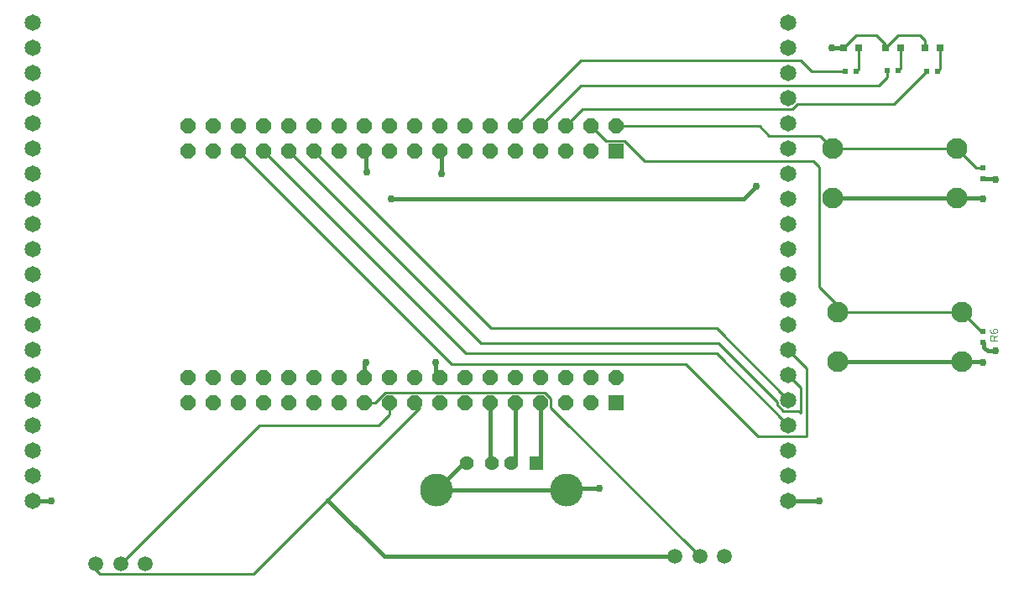
<source format=gbr>
G04 EAGLE Gerber RS-274X export*
G75*
%MOMM*%
%FSLAX34Y34*%
%LPD*%
%INTop Copper*%
%IPPOS*%
%AMOC8*
5,1,8,0,0,1.08239X$1,22.5*%
G01*
G04 Define Apertures*
%ADD10R,0.800000X0.800000*%
%ADD11R,1.428000X1.428000*%
%ADD12C,1.428000*%
%ADD13C,3.316000*%
%ADD14C,1.508000*%
%ADD15R,0.609600X0.508000*%
%ADD16C,2.100000*%
%ADD17C,1.650000*%
%ADD18R,1.524000X1.524000*%
%ADD19P,1.64956X8X202.5*%
%ADD20R,0.508000X0.609600*%
%ADD21C,0.254000*%
%ADD22C,0.381000*%
%ADD23C,0.756400*%
G36*
X1278551Y541271D02*
X1270661Y541271D01*
X1270661Y544983D01*
X1270670Y545307D01*
X1270698Y545612D01*
X1270745Y545898D01*
X1270810Y546164D01*
X1270894Y546412D01*
X1270996Y546641D01*
X1271118Y546851D01*
X1271257Y547041D01*
X1271414Y547211D01*
X1271585Y547359D01*
X1271770Y547483D01*
X1271971Y547585D01*
X1272186Y547665D01*
X1272415Y547721D01*
X1272659Y547755D01*
X1272918Y547767D01*
X1273133Y547759D01*
X1273340Y547735D01*
X1273538Y547695D01*
X1273727Y547639D01*
X1273907Y547566D01*
X1274079Y547478D01*
X1274242Y547374D01*
X1274396Y547254D01*
X1274539Y547120D01*
X1274668Y546974D01*
X1274783Y546815D01*
X1274825Y546744D01*
X1274885Y546645D01*
X1274972Y546462D01*
X1275046Y546267D01*
X1275106Y546060D01*
X1275152Y545840D01*
X1276599Y546794D01*
X1278551Y548080D01*
X1278551Y546848D01*
X1275275Y544799D01*
X1275275Y542340D01*
X1278551Y542340D01*
X1278551Y541271D01*
G37*
%LPC*%
G36*
X1274430Y542340D02*
X1274430Y544922D01*
X1274424Y545127D01*
X1274405Y545321D01*
X1274374Y545502D01*
X1274331Y545672D01*
X1274276Y545829D01*
X1274208Y545974D01*
X1274127Y546108D01*
X1274035Y546229D01*
X1273931Y546338D01*
X1273818Y546432D01*
X1273694Y546511D01*
X1273561Y546576D01*
X1273418Y546626D01*
X1273265Y546663D01*
X1273102Y546684D01*
X1272929Y546691D01*
X1272762Y546684D01*
X1272605Y546662D01*
X1272458Y546626D01*
X1272322Y546575D01*
X1272196Y546509D01*
X1272080Y546428D01*
X1271974Y546333D01*
X1271879Y546224D01*
X1271794Y546100D01*
X1271721Y545964D01*
X1271608Y545653D01*
X1271540Y545291D01*
X1271518Y544877D01*
X1271518Y542340D01*
X1274430Y542340D01*
G37*
%LPD*%
G36*
X1274788Y549193D02*
X1274291Y549205D01*
X1273823Y549239D01*
X1273385Y549297D01*
X1272977Y549377D01*
X1272598Y549480D01*
X1272249Y549606D01*
X1271930Y549755D01*
X1271641Y549927D01*
X1271384Y550120D01*
X1271161Y550333D01*
X1270972Y550565D01*
X1270818Y550816D01*
X1270698Y551087D01*
X1270612Y551377D01*
X1270561Y551687D01*
X1270543Y552016D01*
X1270550Y552234D01*
X1270568Y552442D01*
X1270600Y552639D01*
X1270644Y552826D01*
X1270700Y553003D01*
X1270769Y553170D01*
X1270851Y553326D01*
X1270945Y553472D01*
X1271171Y553733D01*
X1271447Y553952D01*
X1271774Y554130D01*
X1272151Y554267D01*
X1272324Y553304D01*
X1272098Y553219D01*
X1271903Y553111D01*
X1271737Y552982D01*
X1271602Y552831D01*
X1271496Y552657D01*
X1271421Y552462D01*
X1271376Y552244D01*
X1271361Y552005D01*
X1271374Y551795D01*
X1271411Y551598D01*
X1271474Y551413D01*
X1271562Y551240D01*
X1271675Y551079D01*
X1271813Y550930D01*
X1271976Y550793D01*
X1272165Y550669D01*
X1272377Y550558D01*
X1272611Y550462D01*
X1272868Y550381D01*
X1273148Y550314D01*
X1273450Y550262D01*
X1273775Y550225D01*
X1274122Y550203D01*
X1274491Y550196D01*
X1274252Y550347D01*
X1274043Y550526D01*
X1273864Y550733D01*
X1273716Y550969D01*
X1273599Y551227D01*
X1273516Y551503D01*
X1273466Y551798D01*
X1273450Y552111D01*
X1273460Y552377D01*
X1273492Y552629D01*
X1273546Y552867D01*
X1273621Y553090D01*
X1273717Y553300D01*
X1273834Y553495D01*
X1273973Y553677D01*
X1274133Y553844D01*
X1274311Y553995D01*
X1274504Y554125D01*
X1274712Y554235D01*
X1274934Y554325D01*
X1275171Y554395D01*
X1275422Y554445D01*
X1275689Y554475D01*
X1275970Y554485D01*
X1276274Y554475D01*
X1276561Y554443D01*
X1276832Y554390D01*
X1277087Y554316D01*
X1277325Y554221D01*
X1277547Y554104D01*
X1277752Y553967D01*
X1277941Y553808D01*
X1278110Y553630D01*
X1278257Y553437D01*
X1278381Y553227D01*
X1278483Y553001D01*
X1278562Y552760D01*
X1278618Y552502D01*
X1278652Y552228D01*
X1278663Y551937D01*
X1278648Y551614D01*
X1278601Y551310D01*
X1278524Y551026D01*
X1278416Y550761D01*
X1278276Y550516D01*
X1278106Y550291D01*
X1277904Y550085D01*
X1277672Y549899D01*
X1277410Y549734D01*
X1277120Y549590D01*
X1276802Y549469D01*
X1276456Y549370D01*
X1276081Y549293D01*
X1275678Y549238D01*
X1275247Y549205D01*
X1274788Y549193D01*
G37*
%LPC*%
G36*
X1275774Y550297D02*
X1275997Y550304D01*
X1276210Y550325D01*
X1276412Y550360D01*
X1276604Y550409D01*
X1276786Y550473D01*
X1276957Y550550D01*
X1277118Y550642D01*
X1277269Y550747D01*
X1277405Y550864D01*
X1277524Y550989D01*
X1277624Y551121D01*
X1277706Y551262D01*
X1277769Y551411D01*
X1277815Y551567D01*
X1277842Y551731D01*
X1277851Y551904D01*
X1277844Y552081D01*
X1277821Y552248D01*
X1277782Y552406D01*
X1277729Y552553D01*
X1277660Y552691D01*
X1277576Y552819D01*
X1277476Y552938D01*
X1277361Y553046D01*
X1277233Y553143D01*
X1277093Y553228D01*
X1276942Y553299D01*
X1276780Y553357D01*
X1276606Y553402D01*
X1276420Y553435D01*
X1276223Y553454D01*
X1276015Y553461D01*
X1275806Y553454D01*
X1275611Y553434D01*
X1275427Y553402D01*
X1275256Y553356D01*
X1275097Y553297D01*
X1274950Y553224D01*
X1274815Y553139D01*
X1274693Y553041D01*
X1274584Y552931D01*
X1274490Y552810D01*
X1274410Y552679D01*
X1274344Y552538D01*
X1274294Y552387D01*
X1274257Y552225D01*
X1274235Y552053D01*
X1274228Y551870D01*
X1274235Y551698D01*
X1274254Y551534D01*
X1274286Y551379D01*
X1274331Y551233D01*
X1274460Y550965D01*
X1274640Y550731D01*
X1274748Y550629D01*
X1274865Y550541D01*
X1274992Y550466D01*
X1275129Y550405D01*
X1275276Y550358D01*
X1275432Y550324D01*
X1275598Y550303D01*
X1275774Y550297D01*
G37*
%LPD*%
D10*
X1137800Y838200D03*
X1122800Y838200D03*
X1220350Y838200D03*
X1205350Y838200D03*
X1180028Y838200D03*
X1165028Y838200D03*
D11*
X812800Y418860D03*
D12*
X787800Y418860D03*
X767800Y418860D03*
X742800Y418860D03*
D13*
X843500Y391760D03*
X712100Y391760D03*
D14*
X418700Y317500D03*
X393700Y317500D03*
X368700Y317500D03*
X1002900Y324438D03*
X977900Y324438D03*
X952900Y324438D03*
D15*
X1124712Y814260D03*
X1135888Y814260D03*
X1206881Y814222D03*
X1218057Y814222D03*
X1166725Y814640D03*
X1177901Y814640D03*
D16*
X1237250Y736200D03*
X1237250Y686200D03*
X1112250Y686200D03*
X1112250Y736200D03*
X1242228Y571100D03*
X1242228Y521100D03*
X1117228Y521100D03*
X1117228Y571100D03*
D17*
X304800Y863600D03*
X304800Y838200D03*
X304800Y812800D03*
X304800Y787400D03*
X304800Y762000D03*
X304800Y736600D03*
X304800Y711200D03*
X304800Y685800D03*
X304800Y660400D03*
X304800Y635000D03*
X304800Y609600D03*
X304800Y584200D03*
X304800Y558800D03*
X304800Y533400D03*
X304800Y508000D03*
X304800Y482600D03*
X304800Y457200D03*
X304800Y431800D03*
X304800Y406400D03*
X304800Y381000D03*
X1066800Y381000D03*
X1066800Y406400D03*
X1066800Y431800D03*
X1066800Y457200D03*
X1066800Y482600D03*
X1066800Y508000D03*
X1066800Y533400D03*
X1066800Y558800D03*
X1066800Y584200D03*
X1066800Y609600D03*
X1066800Y635000D03*
X1066800Y660400D03*
X1066800Y685800D03*
X1066800Y711200D03*
X1066800Y736600D03*
X1066800Y762000D03*
X1066800Y787400D03*
X1066800Y812800D03*
X1066800Y838200D03*
X1066800Y863600D03*
D18*
X893400Y479800D03*
D19*
X893400Y505200D03*
X868000Y479800D03*
X868000Y505200D03*
X842600Y479800D03*
X842600Y505200D03*
X817200Y479800D03*
X817200Y505200D03*
X791800Y479800D03*
X791800Y505200D03*
X766400Y479800D03*
X766400Y505200D03*
X741000Y479800D03*
X741000Y505200D03*
X715600Y479800D03*
X715600Y505200D03*
X690200Y479800D03*
X690200Y505200D03*
X664800Y479800D03*
X664800Y505200D03*
X639400Y479800D03*
X639400Y505200D03*
X614000Y479800D03*
X614000Y505200D03*
X588600Y479800D03*
X588600Y505200D03*
X563200Y479800D03*
X563200Y505200D03*
X537800Y479800D03*
X537800Y505200D03*
X512400Y479800D03*
X512400Y505200D03*
X487000Y479800D03*
X487000Y505200D03*
X461600Y479800D03*
X461600Y505200D03*
D18*
X893400Y733800D03*
D19*
X893400Y759200D03*
X868000Y733800D03*
X868000Y759200D03*
X842600Y733800D03*
X842600Y759200D03*
X817200Y733800D03*
X817200Y759200D03*
X791800Y733800D03*
X791800Y759200D03*
X766400Y733800D03*
X766400Y759200D03*
X741000Y733800D03*
X741000Y759200D03*
X715600Y733800D03*
X715600Y759200D03*
X690200Y733800D03*
X690200Y759200D03*
X664800Y733800D03*
X664800Y759200D03*
X639400Y733800D03*
X639400Y759200D03*
X614000Y733800D03*
X614000Y759200D03*
X588600Y733800D03*
X588600Y759200D03*
X563200Y733800D03*
X563200Y759200D03*
X537800Y733800D03*
X537800Y759200D03*
X512400Y733800D03*
X512400Y759200D03*
X487000Y733800D03*
X487000Y759200D03*
X461600Y733800D03*
X461600Y759200D03*
D20*
X1263650Y551688D03*
X1263650Y540512D03*
X1263650Y716788D03*
X1263650Y705612D03*
D21*
X1122800Y838200D02*
X1135500Y850900D01*
X1155700Y850900D01*
X1165028Y841572D01*
X1165028Y838200D01*
X1177728Y850900D01*
X1200150Y850900D01*
X1205350Y845700D01*
X1205350Y838200D01*
D22*
X739200Y418860D02*
X712100Y391760D01*
X739200Y418860D02*
X742800Y418860D01*
X712100Y391760D02*
X843500Y391760D01*
D23*
X876300Y393700D03*
D22*
X845440Y393700D02*
X843500Y391760D01*
X845440Y393700D02*
X876300Y393700D01*
D23*
X1098550Y381000D03*
X1263650Y520700D03*
X1263650Y685800D03*
X1111250Y838200D03*
X717550Y711200D03*
X323850Y381000D03*
D22*
X1066800Y381000D02*
X1098550Y381000D01*
X1117228Y521100D02*
X1242228Y521100D01*
X1263250Y521100D01*
X1263650Y520700D01*
X1237250Y686200D02*
X1112250Y686200D01*
X1237250Y686200D02*
X1263250Y686200D01*
X1263650Y685800D01*
X1122800Y838200D02*
X1111250Y838200D01*
X641350Y731850D02*
X639400Y733800D01*
X715600Y733800D02*
X717550Y731850D01*
X717550Y711200D01*
D23*
X641350Y520700D03*
X711200Y520700D03*
D22*
X711200Y509600D02*
X715600Y505200D01*
X711200Y509600D02*
X711200Y520700D01*
X639400Y518750D02*
X639400Y505200D01*
X639400Y518750D02*
X641350Y520700D01*
X323850Y381000D02*
X304800Y381000D01*
D23*
X642299Y712149D03*
D22*
X641350Y713098D02*
X641350Y731850D01*
X641350Y713098D02*
X642299Y712149D01*
D21*
X994664Y529336D02*
X1066800Y457200D01*
X742264Y529336D02*
X537800Y733800D01*
X742264Y529336D02*
X994664Y529336D01*
X994664Y554736D02*
X1066800Y482600D01*
X994664Y554736D02*
X767664Y554736D01*
X588600Y733800D01*
X1060450Y508000D02*
X1066800Y508000D01*
X757250Y539750D02*
X563200Y733800D01*
X757250Y539750D02*
X996950Y539750D01*
X1055756Y478025D02*
X1062225Y471556D01*
X1077844Y471556D02*
X1079500Y469900D01*
X1077844Y471556D02*
X1062225Y471556D01*
X1055756Y480944D02*
X996950Y539750D01*
X1055756Y480944D02*
X1055756Y478025D01*
X1079500Y469900D02*
X1079500Y495300D01*
X1066800Y508000D01*
X1085850Y446156D02*
X1036825Y446156D01*
X1085850Y446156D02*
X1085850Y514350D01*
X1066800Y533400D01*
X1036825Y446156D02*
X964059Y518922D01*
X727278Y518922D02*
X512400Y733800D01*
X727278Y518922D02*
X964059Y518922D01*
D22*
X817200Y479800D02*
X817200Y423260D01*
X812800Y418860D01*
X791800Y418860D02*
X791800Y479800D01*
X791800Y418860D02*
X787800Y418860D01*
X766400Y418860D02*
X766400Y479800D01*
X766400Y418860D02*
X767800Y418860D01*
D23*
X1276350Y704850D03*
X1276350Y531979D03*
D22*
X1275588Y705612D02*
X1263650Y705612D01*
X1275588Y705612D02*
X1276350Y704850D01*
D23*
X666750Y685800D03*
D22*
X1022350Y685800D01*
D23*
X1035050Y698500D03*
D22*
X1022350Y685800D01*
X1264285Y539877D02*
X1264285Y535865D01*
X1264285Y539877D02*
X1263650Y540512D01*
X1268171Y531979D02*
X1276350Y531979D01*
X1268171Y531979D02*
X1264285Y535865D01*
D21*
X533400Y457200D02*
X393700Y317500D01*
X533400Y457200D02*
X654050Y457200D01*
X664800Y467950D01*
X664800Y479800D01*
X690200Y499700D02*
X690200Y505200D01*
X690200Y479800D02*
X695325Y474675D01*
X425450Y307166D02*
X372684Y307166D01*
X425450Y307166D02*
X527816Y307166D01*
X372684Y307166D02*
X368700Y311150D01*
X368700Y317500D01*
X527816Y307166D02*
X602450Y381800D01*
X695325Y474675D01*
D22*
X659812Y324438D02*
X952900Y324438D01*
X659812Y324438D02*
X602450Y381800D01*
D21*
X821514Y490214D02*
X827614Y484114D01*
X827614Y474724D02*
X977900Y324438D01*
X650072Y479800D02*
X639400Y479800D01*
X827614Y484114D02*
X827614Y474724D01*
X660486Y490214D02*
X650072Y479800D01*
X660486Y490214D02*
X821514Y490214D01*
X1137800Y816172D02*
X1137800Y838200D01*
X1137800Y816172D02*
X1135888Y814260D01*
X1220350Y816515D02*
X1220350Y838200D01*
X1220350Y816515D02*
X1218057Y814222D01*
X1180028Y816767D02*
X1180028Y838200D01*
X1180028Y816767D02*
X1177901Y814640D01*
X1237250Y736200D02*
X1112250Y736200D01*
X1237250Y736200D02*
X1256662Y716788D01*
X1263650Y716788D01*
X1112250Y736200D02*
X1099150Y749300D01*
X1037850Y759200D02*
X893400Y759200D01*
X1037850Y759200D02*
X1047750Y749300D01*
X1099150Y749300D01*
X1117228Y571100D02*
X1123950Y571100D01*
X1242228Y571100D01*
X1261640Y551688D01*
X1263650Y551688D01*
X882986Y744214D02*
X868000Y759200D01*
X882986Y744214D02*
X902177Y744214D01*
X922491Y723900D01*
X1092200Y723900D01*
X1098550Y717550D01*
X1098550Y596500D01*
X1123950Y571100D01*
X1124712Y814260D02*
X1090740Y814260D01*
X1079500Y825500D01*
X858100Y825500D01*
X791800Y759200D01*
X1071375Y776356D02*
X1076069Y781050D01*
X1173709Y781050D01*
X859756Y776356D02*
X842600Y759200D01*
X859756Y776356D02*
X1071375Y776356D01*
X1173709Y781050D02*
X1206881Y814222D01*
X1158535Y800100D02*
X858100Y800100D01*
X817200Y759200D01*
X1166725Y814475D02*
X1166725Y814640D01*
X1166725Y808290D02*
X1158535Y800100D01*
X1166725Y808290D02*
X1166725Y814640D01*
M02*

</source>
